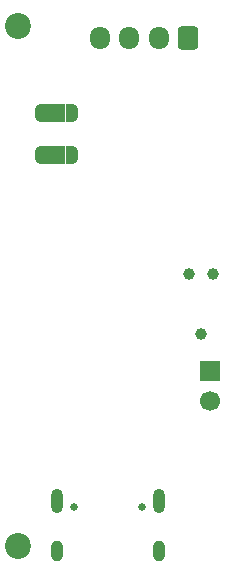
<source format=gbr>
%TF.GenerationSoftware,KiCad,Pcbnew,9.0.2*%
%TF.CreationDate,2025-06-14T09:22:04-04:00*%
%TF.ProjectId,plimsoll,706c696d-736f-46c6-9c2e-6b696361645f,rev?*%
%TF.SameCoordinates,Original*%
%TF.FileFunction,Soldermask,Bot*%
%TF.FilePolarity,Negative*%
%FSLAX46Y46*%
G04 Gerber Fmt 4.6, Leading zero omitted, Abs format (unit mm)*
G04 Created by KiCad (PCBNEW 9.0.2) date 2025-06-14 09:22:04*
%MOMM*%
%LPD*%
G01*
G04 APERTURE LIST*
G04 Aperture macros list*
%AMRoundRect*
0 Rectangle with rounded corners*
0 $1 Rounding radius*
0 $2 $3 $4 $5 $6 $7 $8 $9 X,Y pos of 4 corners*
0 Add a 4 corners polygon primitive as box body*
4,1,4,$2,$3,$4,$5,$6,$7,$8,$9,$2,$3,0*
0 Add four circle primitives for the rounded corners*
1,1,$1+$1,$2,$3*
1,1,$1+$1,$4,$5*
1,1,$1+$1,$6,$7*
1,1,$1+$1,$8,$9*
0 Add four rect primitives between the rounded corners*
20,1,$1+$1,$2,$3,$4,$5,0*
20,1,$1+$1,$4,$5,$6,$7,0*
20,1,$1+$1,$6,$7,$8,$9,0*
20,1,$1+$1,$8,$9,$2,$3,0*%
%AMFreePoly0*
4,1,23,0.550000,-0.750000,0.000000,-0.750000,0.000000,-0.745722,-0.065263,-0.745722,-0.191342,-0.711940,-0.304381,-0.646677,-0.396677,-0.554381,-0.461940,-0.441342,-0.495722,-0.315263,-0.495722,-0.250000,-0.500000,-0.250000,-0.500000,0.250000,-0.495722,0.250000,-0.495722,0.315263,-0.461940,0.441342,-0.396677,0.554381,-0.304381,0.646677,-0.191342,0.711940,-0.065263,0.745722,0.000000,0.745722,
0.000000,0.750000,0.550000,0.750000,0.550000,-0.750000,0.550000,-0.750000,$1*%
%AMFreePoly1*
4,1,23,0.000000,0.745722,0.065263,0.745722,0.191342,0.711940,0.304381,0.646677,0.396677,0.554381,0.461940,0.441342,0.495722,0.315263,0.495722,0.250000,0.500000,0.250000,0.500000,-0.250000,0.495722,-0.250000,0.495722,-0.315263,0.461940,-0.441342,0.396677,-0.554381,0.304381,-0.646677,0.191342,-0.711940,0.065263,-0.745722,0.000000,-0.745722,0.000000,-0.750000,-0.550000,-0.750000,
-0.550000,0.750000,0.000000,0.750000,0.000000,0.745722,0.000000,0.745722,$1*%
G04 Aperture macros list end*
%ADD10R,1.700000X1.700000*%
%ADD11C,1.700000*%
%ADD12RoundRect,0.250000X0.600000X0.725000X-0.600000X0.725000X-0.600000X-0.725000X0.600000X-0.725000X0*%
%ADD13O,1.700000X1.950000*%
%ADD14C,2.200000*%
%ADD15C,0.990600*%
%ADD16C,0.650000*%
%ADD17O,1.000000X2.100000*%
%ADD18O,1.000000X1.800000*%
%ADD19FreePoly0,0.000000*%
%ADD20R,1.000000X1.500000*%
%ADD21FreePoly1,0.000000*%
G04 APERTURE END LIST*
%TO.C,JP2*%
G36*
X24850000Y-31100000D02*
G01*
X26350000Y-31100000D01*
X26350000Y-29600000D01*
X24850000Y-29600000D01*
X24850000Y-31100000D01*
G37*
%TO.C,JP1*%
G36*
X24850000Y-34650000D02*
G01*
X26350000Y-34650000D01*
X26350000Y-33150000D01*
X24850000Y-33150000D01*
X24850000Y-34650000D01*
G37*
%TD*%
D10*
%TO.C,J4*%
X38600000Y-52200000D03*
D11*
X38600000Y-54740000D03*
%TD*%
D12*
%TO.C,J3*%
X36800000Y-24000000D03*
D13*
X34300000Y-24000000D03*
X31800000Y-24000000D03*
X29300000Y-24000000D03*
%TD*%
D14*
%TO.C,H1*%
X22400000Y-23000000D03*
%TD*%
D15*
%TO.C,J1*%
X37865000Y-49010000D03*
X36849000Y-43930000D03*
X38881000Y-43930000D03*
%TD*%
D14*
%TO.C,H2*%
X22400000Y-67000000D03*
%TD*%
D16*
%TO.C,J2*%
X27110000Y-63700000D03*
X32890000Y-63700000D03*
D17*
X25680000Y-63180000D03*
D18*
X25680000Y-67380000D03*
D17*
X34320000Y-63180000D03*
D18*
X34320000Y-67380000D03*
%TD*%
D19*
%TO.C,JP2*%
X24300000Y-30350000D03*
D20*
X25600000Y-30350000D03*
D21*
X26900000Y-30350000D03*
%TD*%
D19*
%TO.C,JP1*%
X24300000Y-33900000D03*
D20*
X25600000Y-33900000D03*
D21*
X26900000Y-33900000D03*
%TD*%
M02*

</source>
